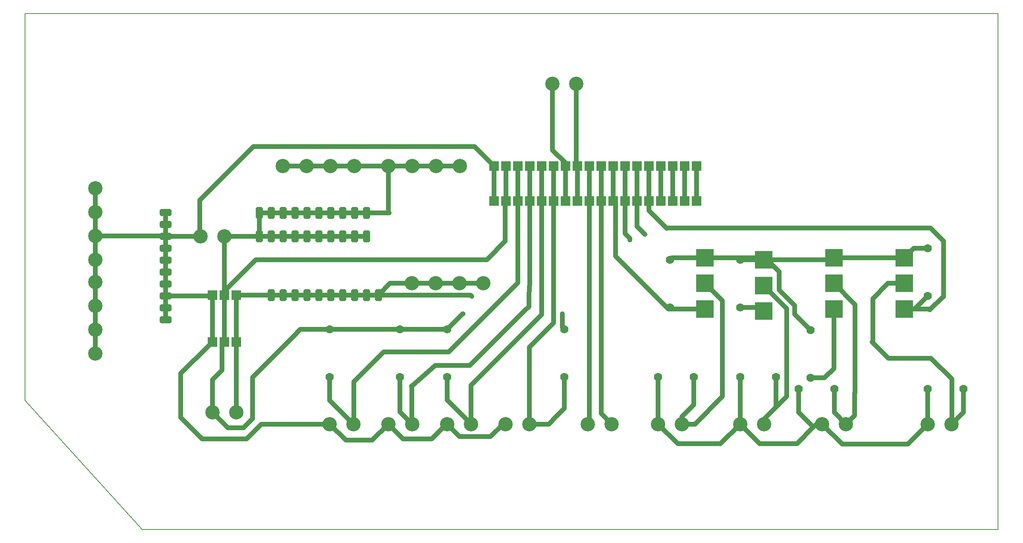
<source format=gbr>
G04 PROTEUS GERBER X2 FILE*
%TF.GenerationSoftware,Labcenter,Proteus,8.7-SP3-Build25561*%
%TF.CreationDate,2020-08-12T13:03:35+00:00*%
%TF.FileFunction,Copper,L2,Bot*%
%TF.FilePolarity,Positive*%
%TF.Part,Single*%
%TF.SameCoordinates,{83fe10cb-d733-4169-9c25-5540115bc659}*%
%FSLAX45Y45*%
%MOMM*%
G01*
%TA.AperFunction,Conductor*%
%ADD10C,1.016000*%
%TA.AperFunction,ViaPad*%
%ADD11C,0.762000*%
%TA.AperFunction,ComponentPad*%
%ADD12R,2.032000X2.032000*%
%TA.AperFunction,ComponentPad*%
%ADD13C,3.048000*%
%AMDIL004*
4,1,8,
-1.270000,0.457200,-0.965200,0.762000,0.965200,0.762000,1.270000,0.457200,1.270000,-0.457200,
0.965200,-0.762000,-0.965200,-0.762000,-1.270000,-0.457200,-1.270000,0.457200,
0*%
%TA.AperFunction,ComponentPad*%
%ADD14DIL004*%
%AMDIL005*
4,1,8,
-0.762000,0.965200,-0.457200,1.270000,0.457200,1.270000,0.762000,0.965200,0.762000,-0.965200,
0.457200,-1.270000,-0.457200,-1.270000,-0.762000,-0.965200,-0.762000,0.965200,
0*%
%ADD15DIL005*%
%TA.AperFunction,ComponentPad*%
%ADD16C,1.778000*%
%TA.AperFunction,ComponentPad*%
%ADD17R,3.810000X3.810000*%
%TA.AperFunction,Profile*%
%ADD18C,0.203200*%
%TD.AperFunction*%
D10*
X-3500000Y+8250000D02*
X-3500000Y+7500000D01*
X-3246000Y+8250000D02*
X-3246000Y+7500000D01*
X-2992000Y+8250000D02*
X-2992000Y+7500000D01*
X-2738000Y+8250000D02*
X-2738000Y+7500000D01*
X-2484000Y+8250000D02*
X-2484000Y+7500000D01*
X-2230000Y+8250000D02*
X-2230000Y+7500000D01*
X-1976000Y+8250000D02*
X-1976000Y+7500000D01*
X-1722000Y+8250000D02*
X-1722000Y+7500000D01*
X-1468000Y+8250000D02*
X-1468000Y+7500000D01*
X-1214000Y+8250000D02*
X-1214000Y+7500000D01*
X-960000Y+8250000D02*
X-960000Y+7500000D01*
X-706000Y+8250000D02*
X-706000Y+7500000D01*
X-452000Y+8250000D02*
X-452000Y+7500000D01*
X-198000Y+8250000D02*
X-198000Y+7500000D01*
X+56000Y+8250000D02*
X+56000Y+7500000D01*
X+310000Y+8250000D02*
X+310000Y+7500000D01*
X+564000Y+8250000D02*
X+564000Y+7500000D01*
X+818000Y+8250000D02*
X+818000Y+7500000D01*
X-9500000Y+3000000D02*
X-9500000Y+3693484D01*
X-9299166Y+3894318D01*
X-9299166Y+4450834D01*
X-9250000Y+4500000D01*
X-8996000Y+4500000D02*
X-8996000Y+3004000D01*
X-8992000Y+3000000D01*
X-8996000Y+4500000D02*
X-8996000Y+5500000D01*
X-10500000Y+7262000D02*
X-10500000Y+7008000D01*
X-10500000Y+6754000D01*
X-10500000Y+6500000D01*
X-10500000Y+6246000D01*
X-10500000Y+5992000D01*
X-10500000Y+5738000D01*
X-10500000Y+5484000D01*
X-10500000Y+5230000D01*
X-10500000Y+4976000D01*
X-9242000Y+6750000D02*
X-9242000Y+5585879D01*
X-9242000Y+5508000D01*
X-9250000Y+5500000D01*
X-9250000Y+5577879D01*
X-9242000Y+5585879D01*
X-8250000Y+5500000D02*
X-7996000Y+5500000D01*
X-7742000Y+5500000D01*
X-7488000Y+5500000D01*
X-7234000Y+5500000D01*
X-6980000Y+5500000D01*
X-6726000Y+5500000D01*
X-6472000Y+5500000D01*
X-6218000Y+5500000D01*
X-5964000Y+5500000D01*
X-8250000Y+5500000D02*
X-8996000Y+5500000D01*
X-7000000Y+2750000D02*
X-8461191Y+2750000D01*
X-8775476Y+2435715D01*
X-9722936Y+2435715D01*
X-10176507Y+2889286D01*
X-10176507Y+3827493D01*
X-9588561Y+4415439D01*
X-9504000Y+4500000D01*
X-2484000Y+7500000D02*
X-2484000Y+5078460D01*
X-3987777Y+3574683D01*
X-3987777Y+2754223D01*
X-3992000Y+2750000D01*
X-7000000Y+2750000D02*
X-6655477Y+2405477D01*
X-6094523Y+2405477D01*
X-5750000Y+2750000D01*
X-5435715Y+2435715D01*
X-4824365Y+2435715D01*
X-4510080Y+2750000D01*
X-4500000Y+2750000D01*
X-9242000Y+6750000D02*
X-8500000Y+6750000D01*
X-8246000Y+6750000D01*
X-7992000Y+6750000D01*
X-7738000Y+6750000D01*
X-7484000Y+6750000D01*
X-7230000Y+6750000D01*
X-6976000Y+6750000D01*
X-6722000Y+6750000D01*
X-6468000Y+6750000D01*
X-6214000Y+6750000D01*
X-8500000Y+7250000D02*
X-8246000Y+7250000D01*
X-7992000Y+7250000D01*
X-7738000Y+7250000D01*
X-7484000Y+7250000D01*
X-8500000Y+7250000D02*
X-8500000Y+6750000D01*
X-8000000Y+8250000D02*
X-7492000Y+8250000D01*
X-6984000Y+8250000D01*
X-6476000Y+8250000D01*
X-5750000Y+8250000D02*
X-5242000Y+8250000D01*
X-4734000Y+8250000D01*
X-4226000Y+8250000D01*
X-12000000Y+7774000D02*
X-12000000Y+7266000D01*
X-12000000Y+6758000D01*
X-12000000Y+6250000D01*
X-12000000Y+5774000D01*
X-12000000Y+5266000D01*
X-12000000Y+4758000D01*
X-12000000Y+4250000D01*
X-12000000Y+6758000D02*
X-10504000Y+6758000D01*
X-10496000Y+6750000D01*
X-10500000Y+6754000D01*
X-9750000Y+6750000D02*
X-10496000Y+6750000D01*
X-2992000Y+7500000D02*
X-2992000Y+5758001D01*
X-4459684Y+4290317D01*
X-5852461Y+4290317D01*
X-6487460Y+3655318D01*
X-6487460Y+2754540D01*
X-6492000Y+2750000D01*
X-7000000Y+3750000D02*
X-7000000Y+3258000D01*
X-6492000Y+2750000D01*
X-7000000Y+4766000D02*
X-7625579Y+4766000D01*
X-7775263Y+4616316D01*
X-8644210Y+3747369D01*
X-8644210Y+2863568D01*
X-8837310Y+2670468D01*
X-9000701Y+2670468D01*
X-9170468Y+2670468D01*
X-9500000Y+3000000D01*
X-7000000Y+4766000D02*
X-5500000Y+4766000D01*
X-4500000Y+4766000D01*
X-5500000Y+3750000D02*
X-5500000Y+3008000D01*
X-5247698Y+2755698D01*
X-5242000Y+2750000D01*
X-4500000Y+2750000D02*
X-4234796Y+2484796D01*
X-3571638Y+2484796D01*
X-3306434Y+2750000D01*
X-3250000Y+2750000D01*
X-4500000Y+3750000D02*
X-4500000Y+3266446D01*
X-4135954Y+2902400D01*
X-3992000Y+2750000D01*
X-9250000Y+4563728D02*
X-9250000Y+4500000D01*
X-9250000Y+4563728D02*
X-9250000Y+5500000D01*
X-2230000Y+7500000D02*
X-2230000Y+4903335D01*
X-2572720Y+4560615D01*
X-2742000Y+4391335D01*
X-2742000Y+2750000D01*
X-1468000Y+7500000D02*
X-1468000Y+2782000D01*
X-1500000Y+2750000D01*
X-1214000Y+7500000D02*
X-1214000Y+2972000D01*
X-992000Y+2750000D01*
X-2738000Y+7500000D02*
X-2738000Y+5761999D01*
X-2750000Y+5500000D01*
X-2750000Y+5250000D01*
X-2841957Y+5167246D01*
X-4009203Y+4000000D01*
X-4750000Y+4000000D01*
X-5252093Y+3557762D01*
X-5256183Y+3557762D01*
X-5247698Y+3549277D01*
X-5247698Y+2755698D01*
X+1000000Y+6296100D02*
X+2203900Y+6296100D01*
X+2250000Y+6250000D01*
X+3750000Y+6296100D02*
X+5250000Y+6296100D01*
X+3750000Y+5750000D02*
X+4203137Y+5296863D01*
X+4203137Y+3412584D01*
X+4193764Y+3403211D01*
X+4193764Y+2935764D01*
X+4008000Y+2750000D01*
X+1000000Y+5750000D02*
X+1372584Y+5377416D01*
X+1372584Y+3337602D01*
X+784982Y+2750000D01*
X+508000Y+2750000D01*
X-2250000Y+10000000D02*
X-2250000Y+8588615D01*
X-1976000Y+8314615D01*
X-1976000Y+8250000D01*
X-1742000Y+10000000D02*
X-1742000Y+8270000D01*
X-1722000Y+8250000D01*
X-706000Y+7500000D02*
X-706000Y+6813567D01*
X-603667Y+6711234D01*
X-603667Y+6672007D01*
X-452000Y+7500000D02*
X-452000Y+6964954D01*
X-283419Y+6796373D01*
X-9242000Y+5585879D02*
X-8576667Y+6251212D01*
X-3650606Y+6251212D01*
X-3256137Y+6645681D01*
X-3256137Y+7489863D01*
X-3246000Y+7500000D01*
X-5964000Y+5500000D02*
X-3996032Y+5500000D01*
X-3967619Y+5471587D01*
X+0Y+2750000D02*
X+419206Y+2330794D01*
X+1252911Y+2330794D01*
X+1330794Y+2330794D01*
X+1750000Y+2750000D01*
X+3500000Y+2750000D02*
X+3925925Y+2324075D01*
X+5116666Y+2324075D01*
X+5324075Y+2324075D01*
X+5750000Y+2750000D01*
X+3250000Y+3734000D02*
X+3549450Y+3734000D01*
X+3558442Y+3742992D01*
X+3750000Y+3934550D01*
X+3750000Y+5203900D01*
X+3250000Y+4750000D02*
X+2911080Y+5088920D01*
X+2911080Y+5100654D01*
X+2911080Y+5280477D01*
X+2897593Y+5293964D01*
X+2582903Y+5608654D01*
X+2582903Y+5995274D01*
X+2546939Y+6031238D01*
X+2328177Y+6250000D01*
X+2250000Y+6250000D01*
X+2328177Y+6250000D02*
X+3703900Y+6250000D01*
X+3750000Y+6296100D01*
X+762000Y+3750000D02*
X+762000Y+3163015D01*
X+728758Y+3129773D01*
X+508000Y+2909015D01*
X+508000Y+2750000D01*
X+0Y+3750000D02*
X+0Y+2750000D01*
X+2512000Y+3750000D02*
X+2512000Y+3108605D01*
X+2512000Y+3108604D01*
X+2326698Y+2923302D01*
X+2258000Y+2854604D01*
X+2258000Y+2750000D01*
X+2250000Y+5703900D02*
X+2740997Y+5212903D01*
X+2740997Y+3337602D01*
X+2684761Y+3281366D01*
X+2512000Y+3108604D01*
X+2512000Y+3108605D01*
X+2326698Y+2923302D01*
X+2258000Y+2854604D01*
X+2258000Y+2854605D01*
X+2258000Y+2750000D01*
X+1750000Y+3750000D02*
X+1750000Y+2750000D01*
X+3762000Y+3500000D02*
X+3762000Y+2996000D01*
X+4008000Y+2750000D01*
X+3000000Y+3500000D02*
X+3000000Y+3000000D01*
X+3314444Y+2685556D01*
X+3378888Y+2750000D01*
X+3378889Y+2750000D01*
X+3500000Y+2750000D01*
X+1750000Y+2750000D02*
X+2169206Y+2330794D01*
X+2959683Y+2330794D01*
X+3314444Y+2685556D01*
X+3378888Y+2750000D01*
X+3378889Y+2750000D01*
X+6512000Y+3500000D02*
X+6512000Y+3004000D01*
X+6410400Y+2902400D01*
X+6261985Y+2753985D01*
X+6258000Y+2750000D01*
X+5250000Y+5750000D02*
X+4905809Y+5750000D01*
X+4879926Y+5724117D01*
X+4581102Y+5425293D01*
X+4581102Y+5378603D01*
X+4581102Y+4519485D01*
X+4562426Y+4500809D01*
X+4907940Y+4155295D01*
X+5795073Y+4155295D01*
X+5813749Y+4155295D01*
X+6261985Y+3707059D01*
X+6261985Y+2753985D01*
X+5750000Y+3500000D02*
X+5750000Y+2750000D01*
X+250000Y+5234000D02*
X+280100Y+5203900D01*
X+1000000Y+5203900D01*
X+280100Y+5203900D02*
X+217423Y+5203900D01*
X-909779Y+6331102D01*
X-909779Y+7449779D01*
X-960000Y+7500000D01*
X+250000Y+6250000D02*
X+296038Y+6296038D01*
X+440170Y+6296038D01*
X+999938Y+6296038D01*
X+1000000Y+6296100D01*
X+1750000Y+6250000D02*
X+2250000Y+6250000D01*
X+1750000Y+5234000D02*
X+2173800Y+5234000D01*
X+2250000Y+5157800D01*
X+5750000Y+6500000D02*
X+5453900Y+6500000D01*
X+5250000Y+6296100D01*
X+5750000Y+5484000D02*
X+5469900Y+5203900D01*
X+5462044Y+5203900D01*
X+5250000Y+5203900D01*
X+5462044Y+5203900D01*
X+5469900Y+5203900D01*
X+5773673Y+5203900D01*
X+5795073Y+5182500D01*
X+6075221Y+5462648D01*
X+6084558Y+5462648D01*
X+6084558Y+6648602D01*
X+5804410Y+6928750D01*
X+192134Y+6928750D01*
X+182795Y+6919411D01*
X-198000Y+7300206D01*
X-198000Y+7500000D01*
X-9504000Y+5500000D02*
X-9520000Y+5484000D01*
X-10500000Y+5484000D02*
X-9520000Y+5484000D01*
X-9504000Y+5500000D02*
X-9504000Y+4500000D01*
X-2000000Y+3750000D02*
X-2000000Y+3081601D01*
X-2169567Y+2912034D01*
X-2331601Y+2750000D01*
X-2742000Y+2750000D01*
X-4500000Y+4766000D02*
X-4165100Y+5100900D01*
X-4155000Y+5100900D01*
X-2042567Y+5100900D02*
X-2042567Y+4808567D01*
X-2000000Y+4766000D01*
X-5750000Y+8250000D02*
X-5750000Y+7266000D01*
X-5734000Y+7250000D01*
X-6214000Y+7250000D01*
X-6468000Y+7250000D01*
X-6722000Y+7250000D01*
X-6976000Y+7250000D01*
X-7230000Y+7250000D01*
X-7484000Y+7250000D01*
X-6476000Y+8250000D02*
X-6984000Y+8250000D01*
X-7492000Y+8250000D01*
X-7500000Y+8250000D01*
X-6476000Y+8250000D02*
X-5750000Y+8250000D01*
X-3500000Y+8250000D02*
X-3915071Y+8665071D01*
X-8158376Y+8665071D01*
X-8628746Y+8665071D01*
X-9772108Y+7521709D01*
X-9772108Y+6772108D01*
X-9750000Y+6750000D01*
X-5250000Y+5750000D02*
X-5714000Y+5750000D01*
X-5964000Y+5500000D01*
X-5250000Y+5750000D02*
X-4742000Y+5750000D01*
X-4234000Y+5750000D01*
X-3726000Y+5750000D01*
D11*
X-603667Y+6672007D03*
X-283419Y+6796373D03*
X-3256137Y+6645681D03*
X-3967619Y+5471587D03*
X-4155000Y+5100900D03*
X-2042567Y+5100900D03*
D12*
X-3500000Y+8250000D03*
X-3246000Y+8250000D03*
X-2992000Y+8250000D03*
X-2738000Y+8250000D03*
X-2484000Y+8250000D03*
X-2230000Y+8250000D03*
X-1976000Y+8250000D03*
X-1722000Y+8250000D03*
X-1468000Y+8250000D03*
X-1214000Y+8250000D03*
X-960000Y+8250000D03*
X-706000Y+8250000D03*
X-452000Y+8250000D03*
X-198000Y+8250000D03*
X+56000Y+8250000D03*
X+310000Y+8250000D03*
X+564000Y+8250000D03*
X+818000Y+8250000D03*
X-3500000Y+7500000D03*
X-3246000Y+7500000D03*
X-2992000Y+7500000D03*
X-2738000Y+7500000D03*
X-2484000Y+7500000D03*
X-2230000Y+7500000D03*
X-1976000Y+7500000D03*
X-1722000Y+7500000D03*
X-1468000Y+7500000D03*
X-1214000Y+7500000D03*
X-960000Y+7500000D03*
X-706000Y+7500000D03*
X-452000Y+7500000D03*
X-198000Y+7500000D03*
X+56000Y+7500000D03*
X+310000Y+7500000D03*
X+564000Y+7500000D03*
X+818000Y+7500000D03*
D13*
X-8992000Y+3000000D03*
X-9500000Y+3000000D03*
D12*
X-8996000Y+4500000D03*
X-9250000Y+4500000D03*
X-9504000Y+4500000D03*
X-8996000Y+5500000D03*
X-9250000Y+5500000D03*
X-9504000Y+5500000D03*
D14*
X-10500000Y+4976000D03*
X-10500000Y+5230000D03*
X-10500000Y+5484000D03*
X-10500000Y+5738000D03*
X-10500000Y+5992000D03*
X-10500000Y+6246000D03*
X-10500000Y+6500000D03*
X-10500000Y+6754000D03*
X-10500000Y+7008000D03*
X-10500000Y+7262000D03*
D13*
X-9750000Y+6750000D03*
X-9242000Y+6750000D03*
D15*
X-8250000Y+5500000D03*
X-7996000Y+5500000D03*
X-7742000Y+5500000D03*
X-7488000Y+5500000D03*
X-7234000Y+5500000D03*
X-6980000Y+5500000D03*
X-6726000Y+5500000D03*
X-6472000Y+5500000D03*
X-6218000Y+5500000D03*
X-5964000Y+5500000D03*
D13*
X-7000000Y+2750000D03*
X-6492000Y+2750000D03*
X-5750000Y+2750000D03*
X-5242000Y+2750000D03*
X-4500000Y+2750000D03*
X-3992000Y+2750000D03*
D15*
X-8500000Y+6750000D03*
X-8246000Y+6750000D03*
X-7992000Y+6750000D03*
X-7738000Y+6750000D03*
X-7484000Y+6750000D03*
X-7230000Y+6750000D03*
X-6976000Y+6750000D03*
X-6722000Y+6750000D03*
X-6468000Y+6750000D03*
X-6214000Y+6750000D03*
X-8500000Y+7250000D03*
X-8246000Y+7250000D03*
X-7992000Y+7250000D03*
X-7738000Y+7250000D03*
X-7484000Y+7250000D03*
X-7230000Y+7250000D03*
X-6976000Y+7250000D03*
X-6722000Y+7250000D03*
X-6468000Y+7250000D03*
X-6214000Y+7250000D03*
D13*
X-1500000Y+2750000D03*
X-992000Y+2750000D03*
X-5750000Y+8250000D03*
X-5242000Y+8250000D03*
X-4734000Y+8250000D03*
X-4226000Y+8250000D03*
X-8000000Y+8250000D03*
X-7492000Y+8250000D03*
X-6984000Y+8250000D03*
X-6476000Y+8250000D03*
X-12000000Y+6250000D03*
X-12000000Y+6758000D03*
X-12000000Y+7266000D03*
X-12000000Y+7774000D03*
X-12000000Y+4250000D03*
X-12000000Y+4758000D03*
X-12000000Y+5266000D03*
X-12000000Y+5774000D03*
X-2250000Y+10000000D03*
X-1742000Y+10000000D03*
D16*
X-7000000Y+3750000D03*
X-7000000Y+4766000D03*
X-5500000Y+3750000D03*
X-5500000Y+4766000D03*
X-4500000Y+3750000D03*
X-4500000Y+4766000D03*
D13*
X-3250000Y+2750000D03*
X-2742000Y+2750000D03*
D16*
X-2000000Y+3750000D03*
X-2000000Y+4766000D03*
D13*
X+0Y+2750000D03*
X+508000Y+2750000D03*
X+1750000Y+2750000D03*
X+2258000Y+2750000D03*
X+3500000Y+2750000D03*
X+4008000Y+2750000D03*
X+5750000Y+2750000D03*
X+6258000Y+2750000D03*
D17*
X+1000000Y+5203900D03*
X+1000000Y+5750000D03*
X+1000000Y+6296100D03*
X+2250000Y+5157800D03*
X+2250000Y+5703900D03*
X+2250000Y+6250000D03*
X+3750000Y+5203900D03*
X+3750000Y+5750000D03*
X+3750000Y+6296100D03*
X+5250000Y+5203900D03*
X+5250000Y+5750000D03*
X+5250000Y+6296100D03*
D16*
X+3250000Y+4750000D03*
X+3250000Y+3734000D03*
X+762000Y+3750000D03*
X+0Y+3750000D03*
X+2512000Y+3750000D03*
X+1750000Y+3750000D03*
X+3762000Y+3500000D03*
X+3000000Y+3500000D03*
X+6512000Y+3500000D03*
X+5750000Y+3500000D03*
X+250000Y+6250000D03*
X+250000Y+5234000D03*
X+1750000Y+6250000D03*
X+1750000Y+5234000D03*
X+5750000Y+6500000D03*
X+5750000Y+5484000D03*
D13*
X-5250000Y+5750000D03*
X-4742000Y+5750000D03*
X-4234000Y+5750000D03*
X-3726000Y+5750000D03*
D18*
X-13500000Y+11500000D02*
X+7250000Y+11500000D01*
X+7250000Y+500000D01*
X-11000000Y+500000D01*
X-13500000Y+11500000D02*
X-13500000Y+3250000D01*
X-11000000Y+500000D01*
M02*

</source>
